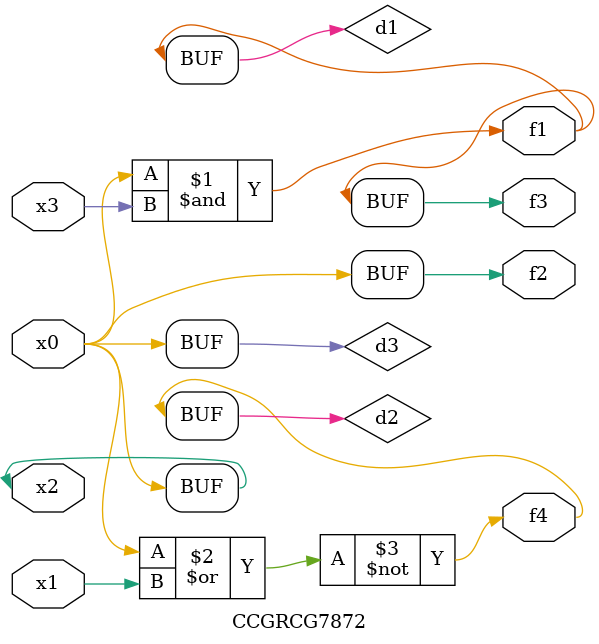
<source format=v>
module CCGRCG7872(
	input x0, x1, x2, x3,
	output f1, f2, f3, f4
);

	wire d1, d2, d3;

	and (d1, x2, x3);
	nor (d2, x0, x1);
	buf (d3, x0, x2);
	assign f1 = d1;
	assign f2 = d3;
	assign f3 = d1;
	assign f4 = d2;
endmodule

</source>
